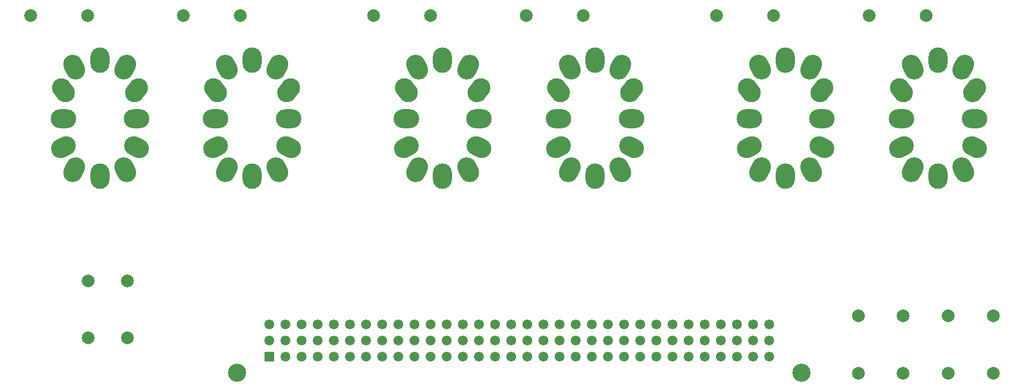
<source format=gbr>
%TF.GenerationSoftware,KiCad,Pcbnew,8.0.8*%
%TF.CreationDate,2025-04-20T11:12:48-07:00*%
%TF.ProjectId,display,64697370-6c61-4792-9e6b-696361645f70,rev?*%
%TF.SameCoordinates,Original*%
%TF.FileFunction,Soldermask,Bot*%
%TF.FilePolarity,Negative*%
%FSLAX46Y46*%
G04 Gerber Fmt 4.6, Leading zero omitted, Abs format (unit mm)*
G04 Created by KiCad (PCBNEW 8.0.8) date 2025-04-20 11:12:48*
%MOMM*%
%LPD*%
G01*
G04 APERTURE LIST*
G04 Aperture macros list*
%AMRoundRect*
0 Rectangle with rounded corners*
0 $1 Rounding radius*
0 $2 $3 $4 $5 $6 $7 $8 $9 X,Y pos of 4 corners*
0 Add a 4 corners polygon primitive as box body*
4,1,4,$2,$3,$4,$5,$6,$7,$8,$9,$2,$3,0*
0 Add four circle primitives for the rounded corners*
1,1,$1+$1,$2,$3*
1,1,$1+$1,$4,$5*
1,1,$1+$1,$6,$7*
1,1,$1+$1,$8,$9*
0 Add four rect primitives between the rounded corners*
20,1,$1+$1,$2,$3,$4,$5,0*
20,1,$1+$1,$4,$5,$6,$7,0*
20,1,$1+$1,$6,$7,$8,$9,0*
20,1,$1+$1,$8,$9,$2,$3,0*%
%AMHorizOval*
0 Thick line with rounded ends*
0 $1 width*
0 $2 $3 position (X,Y) of the first rounded end (center of the circle)*
0 $4 $5 position (X,Y) of the second rounded end (center of the circle)*
0 Add line between two ends*
20,1,$1,$2,$3,$4,$5,0*
0 Add two circle primitives to create the rounded ends*
1,1,$1,$2,$3*
1,1,$1,$4,$5*%
G04 Aperture macros list end*
%ADD10HorizOval,3.000000X-0.223880X0.447077X0.223880X-0.447077X0*%
%ADD11HorizOval,3.000000X-0.447077X0.223880X0.447077X-0.223880X0*%
%ADD12O,4.000000X3.000000*%
%ADD13HorizOval,3.000000X-0.307831X-0.394005X0.307831X0.394005X0*%
%ADD14HorizOval,3.000000X-0.223880X-0.447077X0.223880X0.447077X0*%
%ADD15O,3.000000X4.000000*%
%ADD16HorizOval,3.000000X-0.223880X0.447077X0.223880X-0.447077X0*%
%ADD17HorizOval,3.000000X-0.307831X0.394005X0.307831X-0.394005X0*%
%ADD18HorizOval,3.000000X0.447077X0.223880X-0.447077X-0.223880X0*%
%ADD19HorizOval,3.000000X0.223880X0.447077X-0.223880X-0.447077X0*%
%ADD20C,2.000000*%
%ADD21C,2.850000*%
%ADD22RoundRect,0.249999X-0.525001X-0.525001X0.525001X-0.525001X0.525001X0.525001X-0.525001X0.525001X0*%
%ADD23C,1.550000*%
G04 APERTURE END LIST*
D10*
%TO.C,N3*%
X144303700Y-92450000D03*
D11*
X146053700Y-88950000D03*
D12*
X146053700Y-84450000D03*
D13*
X146053700Y-79950000D03*
D14*
X144303700Y-76325000D03*
D15*
X140303700Y-75200000D03*
D16*
X136303700Y-76325000D03*
D17*
X134553700Y-79950000D03*
D12*
X134553700Y-84450000D03*
D18*
X134553700Y-88950000D03*
D19*
X136303700Y-92450000D03*
D15*
X140303700Y-93450000D03*
%TD*%
D20*
%TO.C,R2*%
X108424000Y-68170000D03*
X99424000Y-68170000D03*
%TD*%
%TO.C,R1*%
X84424000Y-68190000D03*
X75424000Y-68190000D03*
%TD*%
%TO.C,R3*%
X138433700Y-68170000D03*
X129433700Y-68170000D03*
%TD*%
%TO.C,R11*%
X219946666Y-115530000D03*
X219946666Y-124530000D03*
%TD*%
%TO.C,R4*%
X162446800Y-68170000D03*
X153446800Y-68170000D03*
%TD*%
%TO.C,R5*%
X192456900Y-68170000D03*
X183456900Y-68170000D03*
%TD*%
%TO.C,R7*%
X84450000Y-109960000D03*
X84450000Y-118960000D03*
%TD*%
D10*
%TO.C,N4*%
X168316800Y-92450000D03*
D11*
X170066800Y-88950000D03*
D12*
X170066800Y-84450000D03*
D13*
X170066800Y-79950000D03*
D14*
X168316800Y-76325000D03*
D15*
X164316800Y-75200000D03*
D16*
X160316800Y-76325000D03*
D17*
X158566800Y-79950000D03*
D12*
X158566800Y-84450000D03*
D18*
X158566800Y-88950000D03*
D19*
X160316800Y-92450000D03*
D15*
X164316800Y-93450000D03*
%TD*%
D10*
%TO.C,N2*%
X114304000Y-92450000D03*
D11*
X116054000Y-88950000D03*
D12*
X116054000Y-84450000D03*
D13*
X116054000Y-79950000D03*
D14*
X114304000Y-76325000D03*
D15*
X110304000Y-75200000D03*
D16*
X106304000Y-76325000D03*
D17*
X104554000Y-79950000D03*
D12*
X104554000Y-84450000D03*
D18*
X104554000Y-88950000D03*
D19*
X106304000Y-92450000D03*
D15*
X110304000Y-93450000D03*
%TD*%
D10*
%TO.C,N5*%
X198316900Y-92450000D03*
D11*
X200066900Y-88950000D03*
D12*
X200066900Y-84450000D03*
D13*
X200066900Y-79950000D03*
D14*
X198316900Y-76325000D03*
D15*
X194316900Y-75200000D03*
D16*
X190316900Y-76325000D03*
D17*
X188566900Y-79950000D03*
D12*
X188566900Y-84450000D03*
D18*
X188566900Y-88950000D03*
D19*
X190316900Y-92450000D03*
D15*
X194316900Y-93450000D03*
%TD*%
D20*
%TO.C,R6*%
X216450000Y-68160000D03*
X207450000Y-68160000D03*
%TD*%
D10*
%TO.C,N1*%
X90296452Y-92450000D03*
D11*
X92046452Y-88950000D03*
D12*
X92046452Y-84450000D03*
D13*
X92046452Y-79950000D03*
D14*
X90296452Y-76325000D03*
D15*
X86296452Y-75200000D03*
D16*
X82296452Y-76325000D03*
D17*
X80546452Y-79950000D03*
D12*
X80546452Y-84450000D03*
D18*
X80546452Y-88950000D03*
D19*
X82296452Y-92450000D03*
D15*
X86296452Y-93450000D03*
%TD*%
D20*
%TO.C,R8*%
X90670000Y-109960000D03*
X90670000Y-118960000D03*
%TD*%
%TO.C,R10*%
X212863333Y-115530000D03*
X212863333Y-124530000D03*
%TD*%
%TO.C,R9*%
X205780000Y-115530000D03*
X205780000Y-124530000D03*
%TD*%
D10*
%TO.C,N6*%
X222330000Y-92450000D03*
D11*
X224080000Y-88950000D03*
D12*
X224080000Y-84450000D03*
D13*
X224080000Y-79950000D03*
D14*
X222330000Y-76325000D03*
D15*
X218330000Y-75200000D03*
D16*
X214330000Y-76325000D03*
D17*
X212580000Y-79950000D03*
D12*
X212580000Y-84450000D03*
D18*
X212580000Y-88950000D03*
D19*
X214330000Y-92450000D03*
D15*
X218330000Y-93450000D03*
%TD*%
D20*
%TO.C,R12*%
X227030000Y-115530000D03*
X227030000Y-124530000D03*
%TD*%
D21*
%TO.C,J1*%
X107900000Y-124460000D03*
X196800000Y-124460000D03*
D22*
X112980000Y-121920000D03*
D23*
X115520000Y-121920000D03*
X118060000Y-121920000D03*
X120600000Y-121920000D03*
X123140000Y-121920000D03*
X125680000Y-121920000D03*
X128220000Y-121920000D03*
X130760000Y-121920000D03*
X133300000Y-121920000D03*
X135840000Y-121920000D03*
X138380000Y-121920000D03*
X140920000Y-121920000D03*
X143460000Y-121920000D03*
X146000000Y-121920000D03*
X148540000Y-121920000D03*
X151080000Y-121920000D03*
X153620000Y-121920000D03*
X156160000Y-121920000D03*
X158700000Y-121920000D03*
X161240000Y-121920000D03*
X163780000Y-121920000D03*
X166320000Y-121920000D03*
X168860000Y-121920000D03*
X171400000Y-121920000D03*
X173940000Y-121920000D03*
X176480000Y-121920000D03*
X179020000Y-121920000D03*
X181560000Y-121920000D03*
X184100000Y-121920000D03*
X186640000Y-121920000D03*
X189180000Y-121920000D03*
X191720000Y-121920000D03*
X112980000Y-119380000D03*
X115520000Y-119380000D03*
X118060000Y-119380000D03*
X120600000Y-119380000D03*
X123140000Y-119380000D03*
X125680000Y-119380000D03*
X128220000Y-119380000D03*
X130760000Y-119380000D03*
X133300000Y-119380000D03*
X135840000Y-119380000D03*
X138380000Y-119380000D03*
X140920000Y-119380000D03*
X143460000Y-119380000D03*
X146000000Y-119380000D03*
X148540000Y-119380000D03*
X151080000Y-119380000D03*
X153620000Y-119380000D03*
X156160000Y-119380000D03*
X158700000Y-119380000D03*
X161240000Y-119380000D03*
X163780000Y-119380000D03*
X166320000Y-119380000D03*
X168860000Y-119380000D03*
X171400000Y-119380000D03*
X173940000Y-119380000D03*
X176480000Y-119380000D03*
X179020000Y-119380000D03*
X181560000Y-119380000D03*
X184100000Y-119380000D03*
X186640000Y-119380000D03*
X189180000Y-119380000D03*
X191720000Y-119380000D03*
X112980000Y-116840000D03*
X115520000Y-116840000D03*
X118060000Y-116840000D03*
X120600000Y-116840000D03*
X123140000Y-116840000D03*
X125680000Y-116840000D03*
X128220000Y-116840000D03*
X130760000Y-116840000D03*
X133300000Y-116840000D03*
X135840000Y-116840000D03*
X138380000Y-116840000D03*
X140920000Y-116840000D03*
X143460000Y-116840000D03*
X146000000Y-116840000D03*
X148540000Y-116840000D03*
X151080000Y-116840000D03*
X153620000Y-116840000D03*
X156160000Y-116840000D03*
X158700000Y-116840000D03*
X161240000Y-116840000D03*
X163780000Y-116840000D03*
X166320000Y-116840000D03*
X168860000Y-116840000D03*
X171400000Y-116840000D03*
X173940000Y-116840000D03*
X176480000Y-116840000D03*
X179020000Y-116840000D03*
X181560000Y-116840000D03*
X184100000Y-116840000D03*
X186640000Y-116840000D03*
X189180000Y-116840000D03*
X191720000Y-116840000D03*
%TD*%
M02*

</source>
